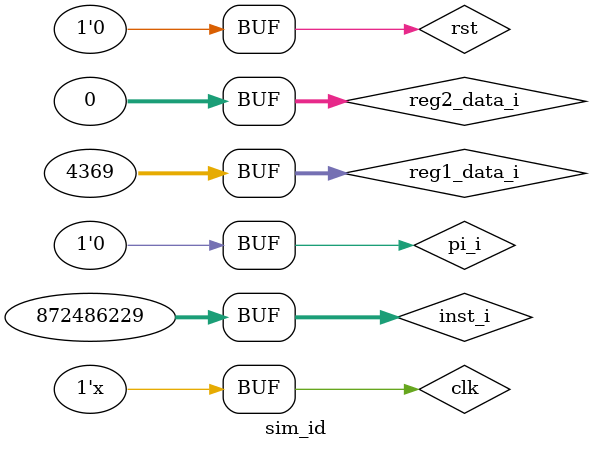
<source format=v>
`timescale 1ns / 1ps
module sim_id(
);
wire        rst;
wire[31:0]  pc_i;
wire[31:0]  reg1_data_i;
wire[31:0]  reg2_data_i;
wire[31:0]  inst_i;

wire          reg1_re_o;
wire          reg2_re_o;
wire[4:0]     reg1_raddr_o;
wire[4:0]     reg2_raddr_o;
wire[7:0]     aluop_o; // aluÔËËãÀàÐÍ
wire[2:0]     alusel_o; //????
    
        // ¼Ä´æÆ÷Êä???
wire[31:0]    reg1_data_o;
wire[31:0]    reg2_data_o;
wire          reg_we_o; // Ð´ÈëÄ¿µÄ¼Ä´æÆ÷Ê¹???
wire[4:0]     reg_waddr_o;   // Ð´ÈëÄ¿µÄ¼Ä´æÆ÷µØ???

assign rst = 0;
assign pi_i = 32'h00000000;
assign reg1_data_i = 32'h00001111;
assign reg2_data_i = 32'h00000000;
assign inst_i = 32'b001101_00000_00001_0001010101010101;

reg clk = 0;
always #10 clk <= ~clk;


wire[7:0]     ex_aluop;
wire[2:0]     ex_alusel;
wire[31:0]    ex_reg1_data;
wire[31:0]    ex_reg2_data;
wire[4:0]     ex_reg_waddr;
wire          ex_reg_we;
    
id id0(
    .rst(rst),
    .pc_i(pc_i),
    .inst_i(inst_i),
    .reg1_data_i(reg1_data_i),
    .reg2_data_i(reg2_data_i),

    .reg1_re_o(reg1_re_o),
    .reg2_re_o(reg2_re_o),
    .aluop_o(aluop_o),
    .alusel_o(alusel_o),
    .reg1_raddr_o(reg1_raddr_o),
    .reg2_raddr_o(reg2_raddr_o),
    .reg1_data_o(reg1_data_o),
    .reg2_data_o(reg2_data_o),
    .reg_we_o(reg_we_o),
    .reg_waddr_o(reg_waddr_o)
);

id_ex id_ex0(
    rst,
    clk,
    aluop_o,
    alusel_o,
    reg1_data_o,
    reg2_data_o,
    reg_waddr_o,
    reg_we_o,
    ex_aluop,
    ex_alusel,
    ex_reg1_data,
    ex_reg2_data,
    ex_reg_waddr,
    ex_reg_we
);
endmodule

</source>
